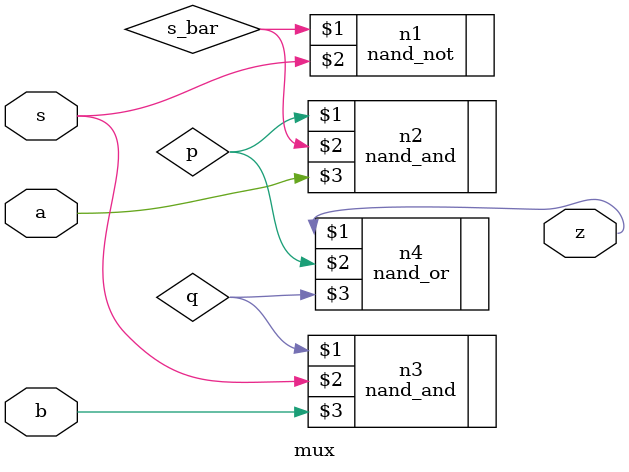
<source format=v>
module mux(z,s,a,b);
input a,b,s;
output z;
wire s_bar,p,q;

nand_not n1(s_bar,s);
nand_and n2(p,s_bar,a);
nand_and n3(q,s,b);
nand_or n4(z,p,q);

endmodule

</source>
